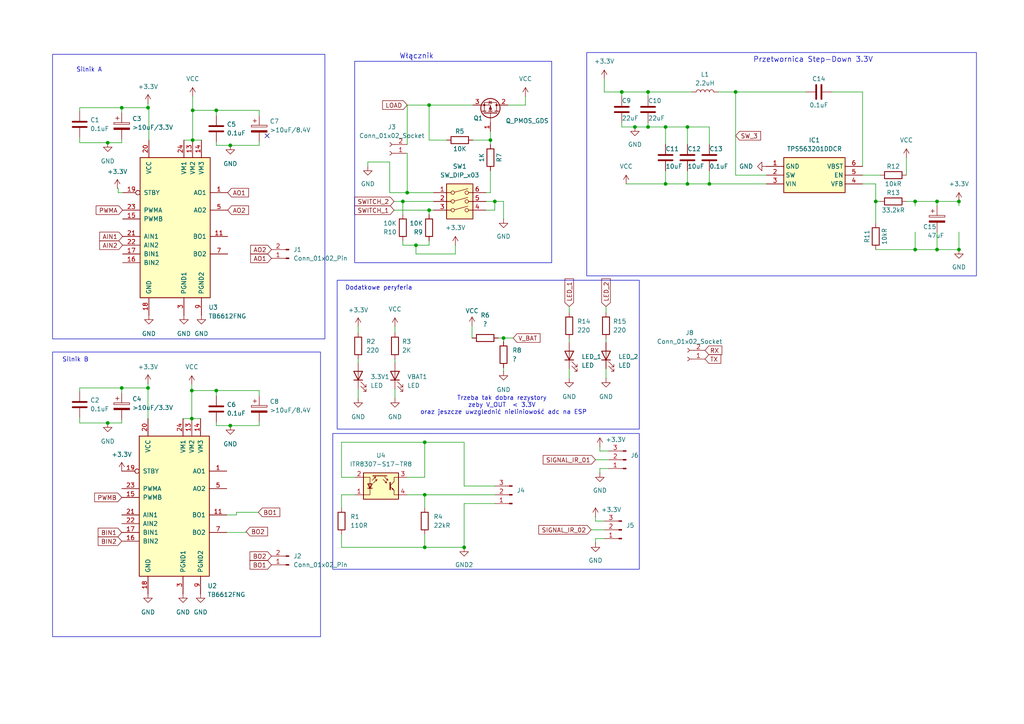
<source format=kicad_sch>
(kicad_sch (version 20231120) (generator "eeschema") (generator_version "8.0")
  (paper "A4")
  (junction (at 180.34 26.67))
  (junction (at 278.13 72.39))
  (junction (at 123.19 128.27))
  (junction (at 124.46 30.48))
  (junction (at 66.802 42.164))
  (junction (at -17.78 87.63))
  (junction (at 124.46 60.96))
  (junction (at 213.36 26.67))
  (junction (at 62.738 32.004))
  (junction (at 62.738 113.284))
  (junction (at 42.926 112.522))
  (junction (at 199.39 36.83))
  (junction (at 123.19 143.51))
  (junction (at 55.88 32.004))
  (junction (at 142.24 40.64))
  (junction (at 42.926 31.242))
  (junction (at 254 58.42))
  (junction (at 120.65 71.12))
  (junction (at 193.04 36.83))
  (junction (at 118.11 55.88))
  (junction (at 146.05 98.044))
  (junction (at 271.78 72.39))
  (junction (at 66.802 123.444))
  (junction (at 55.626 113.284))
  (junction (at 31.242 41.402))
  (junction (at 35.306 31.242))
  (junction (at 205.74 53.34))
  (junction (at 187.96 26.67))
  (junction (at 265.43 58.42))
  (junction (at 55.626 121.412))
  (junction (at 193.04 53.34))
  (junction (at 31.242 122.682))
  (junction (at 271.78 58.42))
  (junction (at 116.84 58.42))
  (junction (at 187.96 36.83))
  (junction (at 134.62 158.75))
  (junction (at 35.306 112.522))
  (junction (at 265.43 72.39))
  (junction (at 123.19 158.75))
  (junction (at 278.13 58.42))
  (junction (at 199.39 53.34))
  (junction (at 184.15 36.83))
  (junction (at 143.51 58.42))
  (junction (at 55.88 40.64))
  (no_connect (at 77.47 39.37))
  (no_connect (at 34.29 234.95))
  (wire (pts (xy 137.16 40.64) (xy 142.24 40.64)))
  (wire (pts (xy 254 72.39) (xy 265.43 72.39)))
  (wire (pts (xy 406.4 114.3) (xy 406.4 110.49)))
  (wire (pts (xy 171.45 153.67) (xy 175.26 153.67)))
  (wire (pts (xy 351.79 110.49) (xy 361.95 110.49)))
  (wire (pts (xy 146.05 63.5) (xy 146.05 58.42)))
  (wire (pts (xy 35.306 40.386) (xy 35.306 41.402)))
  (wire (pts (xy 359.41 102.87) (xy 359.41 106.68)))
  (wire (pts (xy 23.114 39.878) (xy 23.114 41.402)))
  (wire (pts (xy 176.53 130.81) (xy 173.99 130.81)))
  (wire (pts (xy 116.84 71.12) (xy 120.65 71.12)))
  (wire (pts (xy 351.79 149.86) (xy 351.79 146.05)))
  (wire (pts (xy 35.306 114.046) (xy 35.306 112.522)))
  (wire (pts (xy 184.15 36.83) (xy 187.96 36.83)))
  (wire (pts (xy 187.96 36.83) (xy 187.96 35.56)))
  (wire (pts (xy 359.41 142.24) (xy 361.95 142.24)))
  (wire (pts (xy 262.89 45.72) (xy 262.89 50.8)))
  (wire (pts (xy 99.06 143.51) (xy 102.87 143.51)))
  (wire (pts (xy 372.11 201.93) (xy 374.142 201.93)))
  (wire (pts (xy 173.99 130.81) (xy 173.99 129.54)))
  (wire (pts (xy 199.39 53.34) (xy 205.74 53.34)))
  (wire (pts (xy 176.53 135.89) (xy 173.99 135.89)))
  (wire (pts (xy 55.88 27.94) (xy 55.88 32.004)))
  (wire (pts (xy 35.306 32.766) (xy 35.306 31.242)))
  (wire (pts (xy 23.114 31.242) (xy 35.306 31.242)))
  (wire (pts (xy 55.626 113.284) (xy 62.738 113.284)))
  (wire (pts (xy 254 58.42) (xy 254 64.77)))
  (wire (pts (xy 173.99 135.89) (xy 173.99 137.16)))
  (wire (pts (xy 55.88 32.004) (xy 55.88 40.64)))
  (wire (pts (xy 116.84 58.42) (xy 116.84 62.23)))
  (wire (pts (xy 35.56 55.88) (xy 34.29 55.88)))
  (wire (pts (xy 354.33 182.88) (xy 366.776 182.88)))
  (wire (pts (xy 172.72 156.21) (xy 172.72 157.48)))
  (wire (pts (xy 132.08 73.66) (xy 120.65 73.66)))
  (wire (pts (xy 55.626 111.506) (xy 55.626 113.284)))
  (wire (pts (xy 124.46 60.96) (xy 124.46 62.23)))
  (wire (pts (xy 146.05 98.044) (xy 146.05 99.06)))
  (wire (pts (xy 199.39 49.53) (xy 199.39 53.34)))
  (wire (pts (xy 262.89 58.42) (xy 265.43 58.42)))
  (wire (pts (xy -17.78 11.43) (xy -10.16 11.43)))
  (wire (pts (xy 193.04 36.83) (xy 193.04 41.91)))
  (wire (pts (xy 172.72 133.35) (xy 176.53 133.35)))
  (wire (pts (xy 113.03 55.88) (xy 118.11 55.88)))
  (wire (pts (xy 311.15 138.43) (xy 311.15 142.24)))
  (wire (pts (xy 75.184 32.004) (xy 62.738 32.004)))
  (wire (pts (xy 123.19 154.94) (xy 123.19 158.75)))
  (wire (pts (xy 99.06 154.94) (xy 99.06 158.75)))
  (wire (pts (xy 134.62 158.75) (xy 123.19 158.75)))
  (wire (pts (xy 55.626 121.412) (xy 58.166 121.412)))
  (wire (pts (xy 42.926 111.252) (xy 42.926 112.522)))
  (wire (pts (xy 34.29 54.61) (xy 34.29 55.88)))
  (wire (pts (xy 359.41 138.43) (xy 359.41 142.24)))
  (wire (pts (xy 35.306 122.682) (xy 31.242 122.682)))
  (wire (pts (xy 62.738 41.148) (xy 62.738 42.164)))
  (wire (pts (xy 146.05 107.696) (xy 146.05 106.68)))
  (wire (pts (xy 123.19 143.51) (xy 143.51 143.51)))
  (wire (pts (xy 303.53 114.3) (xy 303.53 110.49)))
  (wire (pts (xy 414.02 102.87) (xy 414.02 106.68)))
  (wire (pts (xy 374.142 201.93) (xy 374.142 199.898)))
  (wire (pts (xy 118.11 41.91) (xy 118.11 30.48)))
  (wire (pts (xy 62.738 113.284) (xy 62.738 114.808)))
  (wire (pts (xy 34.29 54.61) (xy 34.036 54.61)))
  (wire (pts (xy 334.01 193.04) (xy 334.01 195.58)))
  (wire (pts (xy 406.4 147.32) (xy 416.56 147.32)))
  (wire (pts (xy 75.184 113.284) (xy 62.738 113.284)))
  (wire (pts (xy 205.74 36.83) (xy 199.39 36.83)))
  (wire (pts (xy 106.68 46.99) (xy 106.68 48.26)))
  (wire (pts (xy 125.73 58.42) (xy 116.84 58.42)))
  (wire (pts (xy 103.886 104.14) (xy 103.886 105.156)))
  (wire (pts (xy 55.88 32.004) (xy 62.738 32.004)))
  (wire (pts (xy 23.114 112.522) (xy 23.114 113.538)))
  (wire (pts (xy 143.51 58.42) (xy 143.51 60.96)))
  (wire (pts (xy 271.78 72.39) (xy 278.13 72.39)))
  (wire (pts (xy 75.184 114.808) (xy 75.184 113.284)))
  (wire (pts (xy 143.51 146.05) (xy 134.62 146.05)))
  (wire (pts (xy 311.15 142.24) (xy 313.69 142.24)))
  (wire (pts (xy 75.184 122.428) (xy 75.184 123.444)))
  (wire (pts (xy 254 58.42) (xy 255.27 58.42)))
  (wire (pts (xy 23.114 112.522) (xy 35.306 112.522)))
  (wire (pts (xy 205.74 49.53) (xy 205.74 53.34)))
  (wire (pts (xy 146.05 58.42) (xy 143.51 58.42)))
  (wire (pts (xy 175.26 151.13) (xy 172.72 151.13)))
  (wire (pts (xy 136.906 94.488) (xy 136.906 98.044)))
  (wire (pts (xy -10.16 11.43) (xy -10.16 8.89)))
  (wire (pts (xy 142.24 38.1) (xy 142.24 40.64)))
  (wire (pts (xy 187.96 26.67) (xy 200.66 26.67)))
  (wire (pts (xy 414.02 106.68) (xy 416.56 106.68)))
  (wire (pts (xy 359.41 106.68) (xy 361.95 106.68)))
  (wire (pts (xy 62.738 42.164) (xy 66.802 42.164)))
  (wire (pts (xy 35.306 121.666) (xy 35.306 122.682)))
  (wire (pts (xy 250.19 50.8) (xy 255.27 50.8)))
  (wire (pts (xy 123.19 143.51) (xy 118.11 143.51)))
  (wire (pts (xy 175.768 98.298) (xy 175.768 99.314)))
  (wire (pts (xy 142.24 40.64) (xy 142.24 41.91)))
  (wire (pts (xy -17.78 85.09) (xy -17.78 87.63)))
  (wire (pts (xy 165.1 106.934) (xy 165.1 109.728)))
  (wire (pts (xy 180.34 26.67) (xy 187.96 26.67)))
  (wire (pts (xy 134.62 128.27) (xy 123.19 128.27)))
  (wire (pts (xy 265.43 72.39) (xy 271.78 72.39)))
  (wire (pts (xy 143.51 58.42) (xy 140.97 58.42)))
  (wire (pts (xy 303.53 146.05) (xy 313.69 146.05)))
  (wire (pts (xy 55.626 113.284) (xy 55.626 121.412)))
  (wire (pts (xy 35.306 112.522) (xy 42.926 112.522)))
  (wire (pts (xy 118.11 55.88) (xy 125.73 55.88)))
  (wire (pts (xy 311.15 102.87) (xy 311.15 106.68)))
  (wire (pts (xy 331.47 193.04) (xy 334.01 193.04)))
  (wire (pts (xy 180.34 36.83) (xy 184.15 36.83)))
  (wire (pts (xy 99.06 147.32) (xy 99.06 143.51)))
  (wire (pts (xy 359.156 180.34) (xy 366.776 180.34)))
  (wire (pts (xy 406.4 110.49) (xy 416.56 110.49)))
  (wire (pts (xy 250.19 26.67) (xy 250.19 48.26)))
  (wire (pts (xy 43.18 31.242) (xy 43.18 40.64)))
  (wire (pts (xy 134.62 140.97) (xy 134.62 128.27)))
  (wire (pts (xy 134.62 146.05) (xy 134.62 158.75)))
  (wire (pts (xy 213.36 50.8) (xy 222.25 50.8)))
  (wire (pts (xy 114.554 94.742) (xy 114.554 96.52)))
  (wire (pts (xy 53.086 121.412) (xy 55.626 121.412)))
  (wire (pts (xy 175.26 26.67) (xy 180.34 26.67)))
  (wire (pts (xy 406.4 151.13) (xy 406.4 147.32)))
  (wire (pts (xy 147.32 30.48) (xy 152.4 30.48)))
  (wire (pts (xy 99.06 128.27) (xy 99.06 138.43)))
  (wire (pts (xy 199.39 36.83) (xy 193.04 36.83)))
  (wire (pts (xy 180.34 35.56) (xy 180.34 36.83)))
  (wire (pts (xy 265.43 58.42) (xy 265.43 59.69)))
  (wire (pts (xy 62.738 32.004) (xy 62.738 33.528)))
  (wire (pts (xy 351.79 146.05) (xy 361.95 146.05)))
  (wire (pts (xy 71.374 154.178) (xy 71.374 154.432)))
  (wire (pts (xy 165.1 88.9) (xy 165.1 90.678)))
  (wire (pts (xy 278.13 72.39) (xy 278.13 67.31)))
  (wire (pts (xy 142.24 49.53) (xy 142.24 55.88)))
  (wire (pts (xy 311.15 106.68) (xy 313.69 106.68)))
  (wire (pts (xy 213.36 26.67) (xy 213.36 50.8)))
  (wire (pts (xy 175.768 88.9) (xy 175.768 90.678)))
  (wire (pts (xy 23.114 41.402) (xy 31.242 41.402)))
  (wire (pts (xy 75.184 33.528) (xy 75.184 32.004)))
  (wire (pts (xy 71.374 154.432) (xy 65.786 154.432)))
  (wire (pts (xy 35.306 41.402) (xy 31.242 41.402)))
  (wire (pts (xy 124.46 40.64) (xy 124.46 30.48)))
  (wire (pts (xy 113.03 55.88) (xy 113.03 46.99)))
  (wire (pts (xy 62.738 123.444) (xy 66.802 123.444)))
  (wire (pts (xy 172.72 151.13) (xy 172.72 149.86)))
  (wire (pts (xy 193.04 36.83) (xy 187.96 36.83)))
  (wire (pts (xy 68.58 149.352) (xy 65.786 149.352)))
  (wire (pts (xy 132.08 71.12) (xy 132.08 73.66)))
  (wire (pts (xy 241.3 26.67) (xy 250.19 26.67)))
  (wire (pts (xy 23.114 31.242) (xy 23.114 32.258)))
  (wire (pts (xy 414.02 139.7) (xy 414.02 143.51)))
  (wire (pts (xy 123.19 128.27) (xy 99.06 128.27)))
  (wire (pts (xy 175.768 106.934) (xy 175.768 109.728)))
  (wire (pts (xy 120.65 71.12) (xy 124.46 71.12)))
  (wire (pts (xy 303.53 110.49) (xy 313.69 110.49)))
  (wire (pts (xy 123.19 128.27) (xy 123.19 138.43)))
  (wire (pts (xy 42.926 112.522) (xy 42.926 121.412)))
  (wire (pts (xy 351.79 114.3) (xy 351.79 110.49)))
  (wire (pts (xy 43.18 31.242) (xy 42.926 31.242)))
  (wire (pts (xy 374.396 212.09) (xy 372.11 212.09)))
  (wire (pts (xy 193.04 53.34) (xy 199.39 53.34)))
  (wire (pts (xy 103.886 94.742) (xy 103.886 96.52)))
  (wire (pts (xy 99.06 138.43) (xy 102.87 138.43)))
  (wire (pts (xy 271.78 58.42) (xy 278.13 58.42)))
  (wire (pts (xy 103.886 112.776) (xy 103.886 115.57)))
  (wire (pts (xy 114.554 112.776) (xy 114.554 115.57)))
  (wire (pts (xy 125.73 60.96) (xy 124.46 60.96)))
  (wire (pts (xy 118.11 138.43) (xy 123.19 138.43)))
  (wire (pts (xy 213.36 26.67) (xy 233.68 26.67)))
  (wire (pts (xy 124.46 71.12) (xy 124.46 69.85)))
  (wire (pts (xy 143.51 140.97) (xy 134.62 140.97)))
  (wire (pts (xy 116.84 71.12) (xy 116.84 69.85)))
  (wire (pts (xy 62.738 122.428) (xy 62.738 123.444)))
  (wire (pts (xy 187.96 26.67) (xy 187.96 27.94)))
  (wire (pts (xy 42.926 29.972) (xy 42.926 31.242)))
  (wire (pts (xy 74.93 148.59) (xy 68.58 148.59)))
  (wire (pts (xy 75.184 41.148) (xy 75.184 42.164)))
  (wire (pts (xy 118.11 30.48) (xy 124.46 30.48)))
  (wire (pts (xy 118.11 44.45) (xy 118.11 55.88)))
  (wire (pts (xy 175.26 22.86) (xy 175.26 26.67)))
  (wire (pts (xy 35.306 31.242) (xy 42.926 31.242)))
  (wire (pts (xy 303.53 149.86) (xy 303.53 146.05)))
  (wire (pts (xy 265.43 72.39) (xy 265.43 67.31)))
  (wire (pts (xy 114.554 104.14) (xy 114.554 105.156)))
  (wire (pts (xy 208.28 26.67) (xy 213.36 26.67)))
  (wire (pts (xy 181.61 53.34) (xy 193.04 53.34)))
  (wire (pts (xy 165.1 98.298) (xy 165.1 99.314)))
  (wire (pts (xy 250.19 53.34) (xy 254 53.34)))
  (wire (pts (xy 124.46 30.48) (xy 137.16 30.48)))
  (wire (pts (xy 152.4 30.48) (xy 152.4 27.94)))
  (wire (pts (xy 140.97 55.88) (xy 142.24 55.88)))
  (wire (pts (xy 99.06 158.75) (xy 123.19 158.75)))
  (wire (pts (xy 55.88 40.64) (xy 58.42 40.64)))
  (wire (pts (xy 75.184 123.444) (xy 66.802 123.444)))
  (wire (pts (xy 143.51 60.96) (xy 140.97 60.96)))
  (wire (pts (xy 124.46 60.96) (xy 114.3 60.96)))
  (wire (pts (xy 331.47 180.34) (xy 334.01 180.34)))
  (wire (pts (xy 114.3 58.42) (xy 116.84 58.42)))
  (wire (pts (xy 144.526 98.044) (xy 146.05 98.044)))
  (wire (pts (xy 271.78 58.42) (xy 271.78 59.69)))
  (wire (pts (xy 129.54 40.64) (xy 124.46 40.64)))
  (wire (pts (xy 175.26 156.21) (xy 172.72 156.21)))
  (wire (pts (xy 372.11 207.01) (xy 373.38 207.01)))
  (wire (pts (xy 120.65 73.66) (xy 120.65 71.12)))
  (wire (pts (xy 75.184 42.164) (xy 66.802 42.164)))
  (wire (pts (xy 113.03 46.99) (xy 106.68 46.99)))
  (wire (pts (xy 334.01 180.34) (xy 334.01 177.8)))
  (wire (pts (xy 199.39 36.83) (xy 199.39 41.91)))
  (wire (pts (xy 265.43 58.42) (xy 271.78 58.42)))
  (wire (pts (xy 414.02 143.51) (xy 416.56 143.51)))
  (wire (pts (xy 23.114 121.158) (xy 23.114 122.682)))
  (wire (pts (xy 53.34 40.64) (xy 55.88 40.64)))
  (wire (pts (xy 193.04 49.53) (xy 193.04 53.34)))
  (wire (pts (xy 23.114 122.682) (xy 31.242 122.682)))
  (wire (pts (xy 146.05 98.044) (xy 148.844 98.044)))
  (wire (pts (xy 205.74 41.91) (xy 205.74 36.83)))
  (wire (pts (xy 205.74 53.34) (xy 222.25 53.34)))
  (wire (pts (xy 366.776 185.42) (xy 366.776 185.166)))
  (wire (pts (xy 254 53.34) (xy 254 58.42)))
  (wire (pts (xy 278.13 58.42) (xy 278.13 59.69)))
  (wire (pts (xy 271.78 72.39) (xy 271.78 67.31)))
  (wire (pts (xy 68.58 148.59) (xy 68.58 149.352)))
  (wire (pts (xy 180.34 26.67) (xy 180.34 27.94)))
  (wire (pts (xy 123.19 143.51) (xy 123.19 147.32)))
  (rectangle (start 96.52 125.73) (end 185.42 165.1))
  (rectangle (start 97.79 81.28) (end 185.42 124.46))
  (rectangle (start 170.18 15.24) (end 283.21 80.01))
  (rectangle (start 15.24 102.108) (end 92.964 184.658))
  (rectangle (start 102.87 17.78) (end 160.02 76.2))
  (rectangle (start 15.24 15.748) (end 94.234 98.298))
  (text "Przetwornica Step-Down 3.3V\n" (at 218.44 18.288 0) (effects (font (size 1.524 1.524)) (justify left bottom)))
  (text "Dodatkowe peryferia\n" (at 100.076 84.328 0) (effects (font (size 1.27 1.27)) (justify left bottom)))
  (text "Silnik B\n" (at 18.034 105.156 0) (effects (font (size 1.27 1.27)) (justify left bottom)))
  (text "Silnik A" (at 22.098 21.082 0) (effects (font (size 1.27 1.27)) (justify left bottom)))
  (text "Trzeba tak dobra rezystory \nzeby V_OUT  < 3.3V \noraz jeszcze uwzglednić nieliniowość adc na ESP" (at 146.05 117.602 0) (effects (font (size 1.27 1.27))))
  (text "Włącznik" (at 115.824 17.272 0) (effects (font (size 1.524 1.524)) (justify left bottom)))
  (global_label "SW_3" (shape input) (at 213.36 39.37 0) (property "Intersheetrefs" "${INTERSHEET_REFS}" (effects (hide yes))))
  (global_label "XSHUT_4" (shape input) (at -68.58 57.15 180) (property "Intersheetrefs" "${INTERSHEET_REFS}" (effects (hide yes))))
  (global_label "XSHUT_3" (shape input) (at -68.58 49.53 180) (property "Intersheetrefs" "${INTERSHEET_REFS}" (effects (hide yes))))
  (global_label "STARTER" (shape input) (at 373.38 207.01 0) (property "Intersheetrefs" "${INTERSHEET_REFS}" (effects (hide yes))))
  (global_label "AIN2" (shape input) (at -17.78 39.37 0) (property "Intersheetrefs" "${INTERSHEET_REFS}" (effects (hide yes))))
  (global_label "PWMA" (shape input) (at 35.56 60.96 180) (property "Intersheetrefs" "${INTERSHEET_REFS}" (effects (hide yes))))
  (global_label "AO1" (shape input) (at 66.04 55.88 0) (property "Intersheetrefs" "${INTERSHEET_REFS}" (effects (hide yes))))
  (global_label "SIGNAL_IR_02" (shape input) (at -17.78 54.61 0) (property "Intersheetrefs" "${INTERSHEET_REFS}" (effects (hide yes))))
  (global_label "V_BAT" (shape input) (at 148.844 98.044 0) (property "Intersheetrefs" "${INTERSHEET_REFS}" (effects (hide yes))))
  (global_label "BIN1" (shape input) (at 35.306 154.432 180) (property "Intersheetrefs" "${INTERSHEET_REFS}" (effects (hide yes))))
  (global_label "LED_1" (shape input) (at 165.1 88.9 90) (property "Intersheetrefs" "${INTERSHEET_REFS}" (effects (hide yes))))
  (global_label "XSHUT_2" (shape input) (at 336.55 149.86 0) (property "Intersheetrefs" "${INTERSHEET_REFS}" (effects (hide yes))))
  (global_label "TX" (shape input) (at -68.58 26.67 180) (property "Intersheetrefs" "${INTERSHEET_REFS}" (effects (hide yes))))
  (global_label "XSHUT_6" (shape input) (at -68.58 52.07 180) (property "Intersheetrefs" "${INTERSHEET_REFS}" (effects (hide yes))))
  (global_label "SWITCH_2" (shape input) (at -68.58 36.83 180) (property "Intersheetrefs" "${INTERSHEET_REFS}" (effects (hide yes))))
  (global_label "XSHUT_6" (shape input) (at 439.42 151.13 0) (property "Intersheetrefs" "${INTERSHEET_REFS}" (effects (hide yes))))
  (global_label "AIN1" (shape input) (at -17.78 26.67 0) (property "Intersheetrefs" "${INTERSHEET_REFS}" (effects (hide yes))))
  (global_label "SCL" (shape input) (at 361.95 114.3 180) (property "Intersheetrefs" "${INTERSHEET_REFS}" (effects (hide yes))))
  (global_label "BO1" (shape input) (at 74.93 148.59 0) (property "Intersheetrefs" "${INTERSHEET_REFS}" (effects (hide yes))))
  (global_label "GPIO_5" (shape input) (at 439.42 118.11 0) (property "Intersheetrefs" "${INTERSHEET_REFS}" (effects (hide yes))))
  (global_label "AO2" (shape input) (at 66.04 60.96 0) (property "Intersheetrefs" "${INTERSHEET_REFS}" (effects (hide yes))))
  (global_label "SDA" (shape input) (at 416.56 118.11 180) (property "Intersheetrefs" "${INTERSHEET_REFS}" (effects (hide yes))))
  (global_label "SIGNAL_IR_01" (shape input) (at 172.72 133.35 180) (property "Intersheetrefs" "${INTERSHEET_REFS}" (effects (hide yes))))
  (global_label "AIN2" (shape input) (at 35.56 71.12 180) (property "Intersheetrefs" "${INTERSHEET_REFS}" (effects (hide yes))))
  (global_label "XSHUT_2" (shape input) (at -68.58 46.99 180) (property "Intersheetrefs" "${INTERSHEET_REFS}" (effects (hide yes))))
  (global_label "XSHUT_5" (shape input) (at 439.42 114.3 0) (property "Intersheetrefs" "${INTERSHEET_REFS}" (effects (hide yes))))
  (global_label "SDA" (shape input) (at 361.95 118.11 180) (property "Intersheetrefs" "${INTERSHEET_REFS}" (effects (hide yes))))
  (global_label "XSHUT_1" (shape input) (at 336.55 114.3 0) (property "Intersheetrefs" "${INTERSHEET_REFS}" (effects (hide yes))))
  (global_label "TX" (shape input) (at 204.47 104.14 0) (property "Intersheetrefs" "${INTERSHEET_REFS}" (effects (hide yes))))
  (global_label "SWITCH_2" (shape input) (at 114.3 58.42 180) (property "Intersheetrefs" "${INTERSHEET_REFS}" (effects (hide yes))))
  (global_label "SDA" (shape input) (at 416.56 154.94 180) (property "Intersheetrefs" "${INTERSHEET_REFS}" (effects (hide yes))))
  (global_label "XSHUT_1" (shape input) (at -68.58 44.45 180) (property "Intersheetrefs" "${INTERSHEET_REFS}" (effects (hide yes))))
  (global_label "LOAD" (shape input) (at 118.11 30.48 180) (property "Intersheetrefs" "${INTERSHEET_REFS}" (effects (hide yes))))
  (global_label "PWMA" (shape input) (at -17.78 41.91 0) (property "Intersheetrefs" "${INTERSHEET_REFS}" (effects (hide yes))))
  (global_label "SDA_2" (shape input) (at 331.47 187.96 0) (property "Intersheetrefs" "${INTERSHEET_REFS}" (effects (hide yes))))
  (global_label "GPIO_6" (shape input) (at 439.42 154.94 0) (property "Intersheetrefs" "${INTERSHEET_REFS}" (effects (hide yes))))
  (global_label "GPIO_2" (shape input) (at 336.55 153.67 0) (property "Intersheetrefs" "${INTERSHEET_REFS}" (effects (hide yes))))
  (global_label "BO2" (shape input) (at 71.374 154.178 0) (property "Intersheetrefs" "${INTERSHEET_REFS}" (effects (hide yes))))
  (global_label "STARTER" (shape input) (at 366.776 185.166 180) (property "Intersheetrefs" "${INTERSHEET_REFS}" (effects (hide yes))))
  (global_label "GPIO_4" (shape input) (at 384.81 153.67 0) (property "Intersheetrefs" "${INTERSHEET_REFS}" (effects (hide yes))))
  (global_label "BIN1" (shape input) (at -17.78 44.45 0) (property "Intersheetrefs" "${INTERSHEET_REFS}" (effects (hide yes))))
  (global_label "SIGNAL_IR_02" (shape input) (at 171.45 153.67 180) (property "Intersheetrefs" "${INTERSHEET_REFS}" (effects (hide yes))))
  (global_label "SCL" (shape input) (at 416.56 151.13 180) (property "Intersheetrefs" "${INTERSHEET_REFS}" (effects (hide yes))))
  (global_label "V_BAT" (shape input) (at -17.78 57.15 0) (property "Intersheetrefs" "${INTERSHEET_REFS}" (effects (hide yes))))
  (global_label "LED_1" (shape input) (at -68.58 31.75 180) (property "Intersheetrefs" "${INTERSHEET_REFS}" (effects (hide yes))))
  (global_label "SWITCH_1" (shape input) (at -68.58 39.37 180) (property "Intersheetrefs" "${INTERSHEET_REFS}" (effects (hide yes))))
  (global_label "SWITCH_1" (shape input) (at 114.3 60.96 180) (property "Intersheetrefs" "${INTERSHEET_REFS}" (effects (hide yes))))
  (global_label "PWMB" (shape input) (at -17.78 49.53 0) (property "Intersheetrefs" "${INTERSHEET_REFS}" (effects (hide yes))))
  (global_label "SCL_2" (shape input) (at 331.47 185.42 0) (property "Intersheetrefs" "${INTERSHEET_REFS}" (effects (hide yes))))
  (global_label "XSHUT_4" (shape input) (at 384.81 149.86 0) (property "Intersheetrefs" "${INTERSHEET_REFS}" (effects (hide yes))))
  (global_label "SCL_2" (shape input) (at -17.78 36.83 0) (property "Intersheetrefs" "${INTERSHEET_REFS}" (effects (hide yes))))
  (global_label "SDA" (shape input) (at 313.69 118.11 180) (property "Intersheetrefs" "${INTERSHEET_REFS}" (effects (hide yes))))
  (global_label "SDA" (shape input) (at -17.78 29.21 0) (property "Intersheetrefs" "${INTERSHEET_REFS}" (effects (hide yes))))
  (global_label "PWMB" (shape input) (at 35.306 144.272 180) (property "Intersheetrefs" "${INTERSHEET_REFS}" (effects (hide yes))))
  (global_label "SDA" (shape input) (at 361.95 153.67 180) (property "Intersheetrefs" "${INTERSHEET_REFS}" (effects (hide yes))))
  (global_label "BIN2" (shape input) (at 35.306 156.972 180) (property "Intersheetrefs" "${INTERSHEET_REFS}" (effects (hide yes))))
  (global_label "SCL" (shape input) (at 313.69 114.3 180) (property "Intersheetrefs" "${INTERSHEET_REFS}" (effects (hide yes))))
  (global_label "XSHUT_3" (shape input) (at 384.81 114.3 0) (property "Intersheetrefs" "${INTERSHEET_REFS}" (effects (hide yes))))
  (global_label "LED_2" (shape input) (at -68.58 34.29 180) (property "Intersheetrefs" "${INTERSHEET_REFS}" (effects (hide yes))))
  (global_label "AO2" (shape input) (at 78.74 72.39 180) (property "Intersheetrefs" "${INTERSHEET_REFS}" (effects (hide yes))))
  (global_label "SDA" (shape input) (at 313.69 153.67 180) (property "Intersheetrefs" "${INTERSHEET_REFS}" (effects (hide yes))))
  (global_label "RX" (shape input) (at 204.47 101.6 0) (property "Intersheetrefs" "${INTERSHEET_REFS}" (effects (hide yes))))
  (global_label "SCL" (shape input) (at 361.95 149.86 180) (property "Intersheetrefs" "${INTERSHEET_REFS}" (effects (hide yes))))
  (global_label "AO1" (shape input) (at 78.74 74.93 180) (property "Intersheetrefs" "${INTERSHEET_REFS}" (effects (hide yes))))
  (global_label "SCL" (shape input) (at 416.56 114.3 180) (property "Intersheetrefs" "${INTERSHEET_REFS}" (effects (hide yes))))
  (global_label "STARTER" (shape input) (at -68.58 41.91 180) (property "Intersheetrefs" "${INTERSHEET_REFS}" (effects (hide yes))))
  (global_label "BO1" (shape input) (at 78.74 163.83 180) (property "Intersheetrefs" "${INTERSHEET_REFS}" (effects (hide yes))))
  (global_label "XSHUT_5" (shape input) (at -68.58 54.61 180) (property "Intersheetrefs" "${INTERSHEET_REFS}" (effects (hide yes))))
  (global_label "SCL" (shape input) (at -17.78 31.75 0) (property "Intersheetrefs" "${INTERSHEET_REFS}" (effects (hide yes))))
  (global_label "SDA_2" (shape input) (at -17.78 34.29 0) (property "Intersheetrefs" "${INTERSHEET_REFS}" (effects (hide yes))))
  (global_label "LED_2" (shape input) (at 175.768 88.9 90) (property "Intersheetrefs" "${INTERSHEET_REFS}" (effects (hide yes))))
  (global_label "BO2" (shape input) (at 78.74 161.29 180) (property "Intersheetrefs" "${INTERSHEET_REFS}" (effects (hide yes))))
  (global_label "BIN2" (shape input) (at -17.78 46.99 0) (property "Intersheetrefs" "${INTERSHEET_REFS}" (effects (hide yes))))
  (global_label "RX" (shape input) (at -68.58 29.21 180) (property "Intersheetrefs" "${INTERSHEET_REFS}" (effects (hide yes))))
  (global_label "SCL" (shape input) (at 313.69 149.86 180) (property "Intersheetrefs" "${INTERSHEET_REFS}" (effects (hide yes))))
  (global_label "SIGNAL_IR_01" (shape input) (at -17.78 52.07 0) (property "Intersheetrefs" "${INTERSHEET_REFS}" (effects (hide yes))))
  (global_label "GPIO_3" (shape input) (at 384.81 118.11 0) (property "Intersheetrefs" "${INTERSHEET_REFS}" (effects (hide yes))))
  (global_label "AIN1" (shape input) (at 35.56 68.58 180) (property "Intersheetrefs" "${INTERSHEET_REFS}" (effects (hide yes))))
  (global_label "GPIO_1" (shape input) (at 336.55 118.11 0) (property "Intersheetrefs" "${INTERSHEET_REFS}" (effects (hide yes))))
  (symbol (lib_id "Device:R") (at 99.06 151.13 0) (unit 1)
    (property "Reference" "R1" (at 101.6 149.86 0) (effects (justify left)))
    (property "Value" "110R" (at 101.6 152.4 0) (effects (justify left)))
    (property "Footprint" "Resistor_SMD:R_0402_1005Metric_Pad0.72x0.64mm_HandSolder" (effects (hide yes)))
  )
  (symbol (lib_id "Connector:Conn_01x03_Pin") (at 148.59 143.51 180) (unit 1)
    (property "Reference" "J4" (at 149.86 142.2399 0) (effects (justify right)))
    (property "Value" "Conn_01x03_Pin" (effects (hide yes)))
    (property "Footprint" "Connector_PinSocket_2.54mm:PinSocket_1x03_P2.54mm_Vertical" (effects (hide yes)))
    (property "Description" "Generic connector, single row, 01x03, script generated" (effects (hide yes)))
  )
  (symbol (lib_id "power:GND") (at 53.34 91.44 0) (unit 1)
    (property "Reference" "#PWR012" (effects (hide yes)))
    (property "Value" "GND" (at 53.34 96.774 0))
  )
  (symbol (lib_id "power:+3.3V") (at 359.41 102.87 0) (unit 1)
    (property "Reference" "#PWR051" (effects (hide yes)))
    (property "Value" "+3.3V" (at 359.41 98.044 0))
  )
  (symbol (lib_id "power:GND") (at 134.62 158.75 0) (unit 1)
    (property "Reference" "#PWR025" (effects (hide yes)))
    (property "Value" "GND2" (at 134.62 163.83 0))
  )
  (symbol (lib_id "power:GND") (at 351.79 114.3 0) (unit 1)
    (property "Reference" "#PWR047" (effects (hide yes)))
    (property "Value" "GND" (at 351.79 119.38 0))
  )
  (symbol (lib_id "Device:R") (at 175.768 94.488 0) (unit 1)
    (property "Reference" "R15" (at 177.8 93.2179 0) (effects (justify left)))
    (property "Value" "220" (at 177.8 95.7579 0) (effects (justify left)))
    (property "Footprint" "Resistor_SMD:R_0603_1608Metric" (effects (hide yes)))
  )
  (symbol (lib_name "+3.3V_1") (lib_id "power:+3.3V") (at 175.26 22.86 0) (unit 1)
    (property "Reference" "#PWR034" (effects (hide yes)))
    (property "Value" "+3.3V" (at 175.26 17.78 0))
    (property "Description" "Power symbol creates a global label with name \"+3.3V\"" (effects (hide yes)))
  )
  (symbol (lib_id "Device:C") (at 193.04 45.72 180) (unit 1)
    (property "Reference" "C11" (at 193.04 43.18 0) (effects (justify right)))
    (property "Value" "10uF" (at 193.04 48.26 0) (effects (justify right)))
    (property "Footprint" "Capacitor_SMD:C_0805_2012Metric" (effects (hide yes)))
  )
  (symbol (lib_id "Device:C") (at 205.74 45.72 180) (unit 1)
    (property "Reference" "C13" (at 205.74 43.18 0) (effects (justify right)))
    (property "Value" "0.1uF" (at 205.74 48.26 0) (effects (justify right)))
    (property "Footprint" "Capacitor_SMD:C_0603_1608Metric" (effects (hide yes)))
  )
  (symbol (lib_id "Connector:Conn_01x02_Pin") (at 83.82 74.93 180) (unit 1)
    (property "Reference" "J1" (at 85.09 72.3899 0) (effects (justify right)))
    (property "Value" "Conn_01x02_Pin" (at 85.09 74.9299 0) (effects (justify right)))
    (property "Footprint" "Connector_JST:JST_XA_B02B-XASK-1_1x02_P2.50mm_Vertical" (effects (hide yes)))
    (property "Description" "Generic connector, single row, 01x02, script generated" (effects (hide yes)))
  )
  (symbol (lib_id "power:GND") (at 303.53 114.3 0) (unit 1)
    (property "Reference" "#PWR041" (effects (hide yes)))
    (property "Value" "GND" (at 303.53 119.38 0))
  )
  (symbol (lib_id "power:VCC") (at 262.89 45.72 0) (unit 1)
    (property "Reference" "#PWR038" (effects (hide yes)))
    (property "Value" "VCC" (at 262.89 40.64 0))
    (property "Description" "Power symbol creates a global label with name \"VCC\"" (effects (hide yes)))
  )
  (symbol (lib_id "power:+3.3V") (at 173.99 129.54 0) (unit 1)
    (property "Reference" "#PWR032" (effects (hide yes)))
    (property "Value" "+3.3V" (at 178.562 127.508 0))
  )
  (symbol (lib_id "power:GND") (at 103.886 115.57 0) (unit 1)
    (property "Reference" "#PWR020" (effects (hide yes)))
    (property "Value" "GND" (at 103.886 120.904 0))
  )
  (symbol (lib_id "DM-OLED096-636:DM-OLED096-636") (at 318.77 187.96 0) (unit 1)
    (property "Reference" "U5" (at 318.77 172.72 0))
    (property "Value" "DM-OLED096-636" (at 318.77 175.26 0))
    (property "Footprint" "DM-OLED096-636:MODULE_DM-OLED096-636" (effects (hide yes)))
    (property "MF" "Display Module" (effects (hide yes)))
    (property "MAXIMUM_PACKAGE_HEIGHT" "11.3 mm" (effects (hide yes)))
    (property "Package" "Package" (effects (hide yes)))
    (property "Price" "None" (effects (hide yes)))
    (property "Check_prices" "https://www.snapeda.com/parts/DM-OLED096-636/Display+Module/view-part/?ref=eda" (effects (hide yes)))
    (property "STANDARD" "Manufacturer Recommendations" (effects (hide yes)))
    (property "PARTREV" "2018-09-10" (effects (hide yes)))
    (property "SnapEDA_Link" "https://www.snapeda.com/parts/DM-OLED096-636/Display+Module/view-part/?ref=snap" (effects (hide yes)))
    (property "MP" "DM-OLED096-636" (effects (hide yes)))
    (property "Description_1" "\n                        \n                            0.96” 128 X 64 MONOCHROME GRAPHIC OLED DISPLAY MODULE - I2C\n                        \n" (effects (hide yes)))
    (property "Availability" "Not in stock" (effects (hide yes)))
    (property "MANUFACTURER" "Displaymodule" (effects (hide yes)))
  )
  (symbol (lib_id "Device:R") (at 140.716 98.044 90) (unit 1)
    (property "Reference" "R6" (at 140.716 91.44 90))
    (property "Value" "?" (at 140.716 93.98 90))
    (property "Footprint" "Resistor_SMD:R_0603_1608Metric" (effects (hide yes)))
  )
  (symbol (lib_id "power:+3.3V") (at 359.156 180.34 0) (unit 1)
    (property "Reference" "#PWR050" (effects (hide yes)))
    (property "Value" "+3.3V" (at 359.156 175.768 0))
  )
  (symbol (lib_id "power:+3.3V") (at 132.08 71.12 0) (unit 1)
    (property "Reference" "#PWR029" (effects (hide yes)))
    (property "Value" "+3.3V" (at 132.08 66.04 0))
  )
  (symbol (lib_id "power:GND") (at 165.1 109.728 0) (unit 1)
    (property "Reference" "#PWR060" (effects (hide yes)))
    (property "Value" "GND" (at 165.1 115.062 0))
  )
  (symbol (lib_id "power:GND") (at 43.18 91.44 0) (unit 1)
    (property "Reference" "#PWR010" (effects (hide yes)))
    (property "Value" "GND" (at 43.18 96.774 0))
  )
  (symbol (lib_id "power:+3.3V") (at -10.16 8.89 0) (unit 1)
    (property "Reference" "#PWR02" (effects (hide yes)))
    (property "Value" "+3.3V" (at -10.16 4.064 0))
  )
  (symbol (lib_id "Device:R") (at 114.554 100.33 0) (unit 1)
    (property "Reference" "R3" (at 116.586 99.0599 0) (effects (justify left)))
    (property "Value" "2K" (at 116.586 101.5999 0) (effects (justify left)))
    (property "Footprint" "Resistor_SMD:R_0603_1608Metric" (effects (hide yes)))
  )
  (symbol (lib_id "power:+3.3V") (at 334.01 177.8 0) (unit 1)
    (property "Reference" "#PWR045" (effects (hide yes)))
    (property "Value" "+3.3V" (at 334.01 172.974 0))
  )
  (symbol (lib_id "power:GND") (at 58.42 91.44 0) (unit 1)
    (property "Reference" "#PWR016" (effects (hide yes)))
    (property "Value" "GND" (at 58.42 96.774 0))
  )
  (symbol (lib_id "Device:LED") (at 103.886 108.966 90) (unit 1)
    (property "Reference" "3.3V1" (at 107.442 109.2834 90) (effects (justify right)))
    (property "Value" "LED" (at 107.442 111.8234 90) (effects (justify right)))
    (property "Footprint" "LED_SMD:LED_0603_1608Metric" (effects (hide yes)))
  )
  (symbol (lib_id "Device:C") (at 237.49 26.67 90) (unit 1)
    (property "Reference" "C14" (at 237.49 22.86 90))
    (property "Value" "0.1uF" (at 237.49 30.48 90))
    (property "Footprint" "Capacitor_SMD:C_0603_1608Metric" (effects (hide yes)))
  )
  (symbol (lib_id "Device:R") (at 103.886 100.33 0) (unit 1)
    (property "Reference" "R2" (at 106.172 99.0599 0) (effects (justify left)))
    (property "Value" "220" (at 106.172 101.5999 0) (effects (justify left)))
    (property "Footprint" "Resistor_SMD:R_0603_1608Metric" (effects (hide yes)))
  )
  (symbol (lib_id "power:GND") (at 303.53 149.86 0) (unit 1)
    (property "Reference" "#PWR042" (effects (hide yes)))
    (property "Value" "GND" (at 303.53 154.94 0))
  )
  (symbol (lib_id "power:+3.3V") (at 103.886 94.742 0) (unit 1)
    (property "Reference" "#PWR019" (effects (hide yes)))
    (property "Value" "+3.3V" (at 103.886 89.916 0))
  )
  (symbol (lib_id "Device:R") (at 123.19 151.13 0) (unit 1)
    (property "Reference" "R4" (at 125.73 149.86 0) (effects (justify left)))
    (property "Value" "22kR" (at 125.73 152.4 0) (effects (justify left)))
    (property "Footprint" "Resistor_SMD:R_0402_1005Metric_Pad0.72x0.64mm_HandSolder" (effects (hide yes)))
  )
  (symbol (lib_id "power:VCC") (at 181.61 53.34 0) (unit 1)
    (property "Reference" "#PWR035" (effects (hide yes)))
    (property "Value" "VCC" (at 181.61 48.26 0))
    (property "Description" "Power symbol creates a global label with name \"VCC\"" (effects (hide yes)))
  )
  (symbol (lib_id "power:GND") (at 172.72 157.48 0) (unit 1)
    (property "Reference" "#PWR031" (effects (hide yes)))
    (property "Value" "GND" (at 172.72 162.56 0))
  )
  (symbol (lib_id "power:GND") (at 58.166 172.212 0) (unit 1)
    (property "Reference" "#PWR015" (effects (hide yes)))
    (property "Value" "GND" (at 58.166 177.546 0))
  )
  (symbol (lib_id "Device:R") (at 259.08 58.42 90) (unit 1)
    (property "Reference" "R13" (at 259.08 55.88 90))
    (property "Value" "33.2kR" (at 259.08 60.96 90))
    (property "Footprint" "Resistor_SMD:R_0603_1608Metric" (effects (hide yes)))
  )
  (symbol (lib_id "power:+3.3V") (at 42.926 111.252 0) (unit 1)
    (property "Reference" "#PWR08" (effects (hide yes)))
    (property "Value" "+3.3V" (at 42.926 106.426 0))
  )
  (symbol (lib_id "Device:L") (at 204.47 26.67 90) (unit 1)
    (property "Reference" "L1" (at 204.47 21.59 90))
    (property "Value" "2.2uH" (at 204.47 24.13 90))
    (property "Footprint" "Inductor_SMD:L_Bourns_SRP7028A_7.3x6.6mm" (effects (hide yes)))
  )
  (symbol (lib_id "Connector:Conn_01x03_Pin") (at 181.61 133.35 180) (unit 1)
    (property "Reference" "J6" (at 182.88 132.0799 0) (effects (justify right)))
    (property "Value" "Conn_01x03_Pin" (effects (hide yes)))
    (property "Footprint" "Connector_PinSocket_2.54mm:PinSocket_1x03_P2.54mm_Vertical" (effects (hide yes)))
    (property "Description" "Generic connector, single row, 01x03, script generated" (effects (hide yes)))
  )
  (symbol (lib_id "Device:C") (at 199.39 45.72 180) (unit 1)
    (property "Reference" "C12" (at 199.39 43.18 0) (effects (justify right)))
    (property "Value" "10uF" (at 199.39 48.26 0) (effects (justify right)))
    (property "Footprint" "Capacitor_SMD:C_0805_2012Metric" (effects (hide yes)))
  )
  (symbol (lib_id "Connector:Conn_01x02_Socket") (at 113.03 44.45 180) (unit 1)
    (property "Reference" "J3" (at 113.665 36.83 0))
    (property "Value" "Conn_01x02_Socket" (at 113.665 39.37 0))
    (property "Footprint" "Connector_PinHeader_2.54mm:PinHeader_1x02_P2.54mm_Vertical" (effects (hide yes)))
    (property "Description" "Generic connector, single row, 01x02, script generated" (effects (hide yes)))
  )
  (symbol (lib_id "power:GND") (at 175.768 109.728 0) (unit 1)
    (property "Reference" "#PWR062" (effects (hide yes)))
    (property "Value" "GND" (at 175.768 115.062 0))
  )
  (symbol (lib_id "power:+3.3V") (at 278.13 58.42 0) (unit 1)
    (property "Reference" "#PWR039" (effects (hide yes)))
    (property "Value" "+3.3V" (at 278.13 53.34 0))
    (property "Description" "Power symbol creates a global label with name \"+3.3V\"" (effects (hide yes)))
  )
  (symbol (lib_id "power:GND") (at 278.13 72.39 0) (unit 1)
    (property "Reference" "#PWR040" (effects (hide yes)))
    (property "Value" "GND" (at 278.13 77.47 0))
  )
  (symbol (lib_id "power:GND") (at 222.25 48.26 270) (unit 1)
    (property "Reference" "#PWR037" (effects (hide yes)))
    (property "Value" "GND" (at 218.44 48.26 90) (effects (justify right)))
  )
  (symbol (lib_id "power:GND") (at 106.68 48.26 0) (unit 1)
    (property "Reference" "#PWR021" (effects (hide yes)))
    (property "Value" "GND" (at 106.68 53.34 0))
    (property "Description" "Power symbol creates a global label with name \"GND\" , ground" (effects (hide yes)))
  )
  (symbol (lib_id "Device:LED") (at 165.1 103.124 90) (unit 1)
    (property "Reference" "LED_1" (at 168.656 103.4414 90) (effects (justify right)))
    (property "Value" "LED" (at 168.656 105.9814 90) (effects (justify right)))
    (property "Footprint" "LED_SMD:LED_0603_1608Metric" (effects (hide yes)))
  )
  (symbol (lib_id "TOFVL53L0X:TOFVL53L0X") (at 370.84 100.33 0) (unit 1)
    (property "Reference" "U9" (at 373.38 99.06 0))
    (property "Value" "TOFVL53L0X" (at 373.38 101.6 0))
    (property "Footprint" "TOFVL53L0X:TOFVL53L0X" (effects (hide yes)))
  )
  (symbol (lib_id "power:+BATT") (at 114.554 94.742 0) (unit 1)
    (property "Reference" "#PWR022" (effects (hide yes)))
    (property "Value" "VCC" (at 114.554 89.662 0))
  )
  (symbol (lib_id "Device:R") (at 133.35 40.64 90) (unit 1)
    (property "Reference" "R5" (at 133.35 38.1 90))
    (property "Value" "10K" (at 133.35 43.18 90))
    (property "Footprint" "Resistor_SMD:R_0603_1608Metric" (effects (hide yes)))
  )
  (symbol (lib_id "power:GND") (at 66.802 123.444 0) (unit 1)
    (property "Reference" "#PWR018" (effects (hide yes)))
    (property "Value" "GND" (at 66.802 128.778 0))
  )
  (symbol (lib_id "Device:LED") (at 175.768 103.124 90) (unit 1)
    (property "Reference" "LED_2" (at 179.324 103.4414 90) (effects (justify right)))
    (property "Value" "LED" (at 179.324 105.9814 90) (effects (justify right)))
    (property "Footprint" "LED_SMD:LED_0603_1608Metric" (effects (hide yes)))
  )
  (symbol (lib_id "power:+BATT") (at 136.906 94.488 0) (unit 1)
    (property "Reference" "#PWR026" (effects (hide yes)))
    (property "Value" "VCC" (at 136.906 90.17 0))
  )
  (symbol (lib_id "power:GND") (at 66.802 42.164 0) (unit 1)
    (property "Reference" "#PWR017" (effects (hide yes)))
    (property "Value" "GND" (at 66.802 47.498 0))
  )
  (symbol (lib_id "TOFVL53L0X:TOFVL53L0X") (at 322.58 135.89 0) (unit 1)
    (property "Reference" "U7" (at 325.12 134.62 0))
    (property "Value" "TOFVL53L0X" (at 325.12 137.16 0))
    (property "Footprint" "TOFVL53L0X:TOFVL53L0X" (effects (hide yes)))
  )
  (symbol (lib_id "Sensor_Proximity:ITR8307-S17-TR8") (at 110.49 140.97 0) (unit 1)
    (property "Reference" "U4" (at 110.49 132.08 0))
    (property "Value" "ITR8307-S17-TR8" (at 110.49 134.62 0))
    (property "Footprint" "OptoDevice:Everlight_ITR1201SR10AR" (effects (hide yes)))
    (property "Datasheet" "https://datasheet.lcsc.com/szlcsc/1810010232_Everlight-Elec-ITR8307-S17-TR8-B_C81632.pdf" (effects (hide yes)))
  )
  (symbol (lib_id "Device:R") (at 116.84 66.04 180) (unit 1)
    (property "Reference" "R10" (at 115.062 67.3101 0) (effects (justify left)))
    (property "Value" "10K" (at 115.062 64.7701 0) (effects (justify left)))
    (property "Footprint" "Resistor_SMD:R_0603_1608Metric" (effects (hide yes)))
  )
  (symbol (lib_id "power:GND") (at 53.086 172.212 0) (unit 1)
    (property "Reference" "#PWR011" (effects (hide yes)))
    (property "Value" "GND" (at 53.086 177.546 0))
  )
  (symbol (lib_id "power:+BATT") (at 55.626 111.506 0) (unit 1)
    (property "Reference" "#PWR013" (effects (hide yes)))
    (property "Value" "VCC" (at 55.626 106.426 0))
  )
  (symbol (lib_id "power:GND") (at 184.15 36.83 0) (unit 1)
    (property "Reference" "#PWR036" (effects (hide yes)))
    (property "Value" "GND" (at 184.15 41.91 0))
  )
  (symbol (lib_id "power:+3.3V") (at 311.15 138.43 0) (unit 1)
    (property "Reference" "#PWR044" (effects (hide yes)))
    (property "Value" "+3.3V" (at 311.15 133.604 0))
  )
  (symbol (lib_id "Device:C_Polarized") (at 75.184 118.618 0) (unit 1)
    (property "Reference" "C8" (at 78.232 116.4589 0) (effects (justify left)))
    (property "Value" ">10uF/8.4V" (at 78.232 118.9989 0) (effects (justify left)))
    (property "Footprint" "Capacitor_Tantalum_SMD:CP_EIA-3528-21_Kemet-B" (effects (hide yes)))
  )
  (symbol (lib_id "power:GND") (at 146.05 107.696 0) (unit 1)
    (property "Reference" "#PWR027" (effects (hide yes)))
    (property "Value" "GND" (at 146.05 113.03 0))
  )
  (symbol (lib_id "power:GND") (at 31.242 41.402 0) (unit 1)
    (property "Reference" "#PWR03" (effects (hide yes)))
    (property "Value" "GND" (at 31.242 46.736 0))
  )
  (symbol (lib_id "Device:R") (at 124.46 66.04 180) (unit 1)
    (property "Reference" "R9" (at 122.682 67.3101 0) (effects (justify left)))
    (property "Value" "10K" (at 122.682 64.7701 0) (effects (justify left)))
    (property "Footprint" "Resistor_SMD:R_0603_1608Metric" (effects (hide yes)))
  )
  (symbol (lib_id "Interface_Optical:TSOP323xx") (at 361.95 207.01 0) (unit 1)
    (property "Reference" "U8" (at 360.215 195.326 0))
    (property "Value" "TSOP323xx" (at 360.215 197.866 0))
    (property "Footprint" "OptoDevice:Vishay_MOLD-3Pin" (effects (hide yes)))
    (property "Datasheet" "http://www.vishay.com/docs/82490/tsop321.pdf" (effects (hide yes)))
  )
  (symbol (lib_id "TOFVL53L0X:TOFVL53L0X") (at 425.45 137.16 0) (unit 1)
    (property "Reference" "U12" (at 427.99 135.89 0))
    (property "Value" "TOFVL53L0X" (at 427.99 138.43 0))
    (property "Footprint" "TOFVL53L0X:TOFVL53L0X" (effects (hide yes)))
  )
  (symbol (lib_id "Importowane schematy:TPS563201DDCR") (at 222.25 48.26 0) (unit 1)
    (property "Reference" "IC1" (at 236.22 40.64 0))
    (property "Value" "TPS563201DDCR" (at 236.22 43.18 0))
    (property "Footprint" "Package_TO_SOT_SMD:SOT-23-6" (effects (hide yes)))
    (property "Datasheet" "http://www.ti.com/lit/gpn/tps563201" (effects (hide yes)))
    (property "Height" "1.1" (effects (hide yes)))
    (property "Manufacturer_Name" "Texas Instruments" (effects (hide yes)))
    (property "Manufacturer_Part_Number" "TPS563201DDCR" (effects (hide yes)))
  )
  (symbol (lib_id "Device:Q_PMOS_GDS") (at 142.24 33.02 270) (mirror x) (unit 1)
    (property "Reference" "Q1" (at 138.684 34.29 90))
    (property "Value" "Q_PMOS_GDS" (at 152.908 35.052 90))
    (property "Footprint" "Package_DFN_QFN:DFN-8-1EP_6x5mm_P1.27mm_EP4x4mm" (effects (hide yes)))
    (property "Description" "P-MOSFET transistor, gate/drain/source" (effects (hide yes)))
  )
  (symbol (lib_id "power:GND") (at 114.554 115.57 0) (unit 1)
    (property "Reference" "#PWR023" (effects (hide yes)))
    (property "Value" "GND" (at 114.554 120.904 0))
  )
  (symbol (lib_id "power:GND") (at 42.926 172.212 0) (unit 1)
    (property "Reference" "#PWR09" (effects (hide yes)))
    (property "Value" "GND" (at 42.926 177.546 0))
  )
  (symbol (lib_id "Device:C") (at 180.34 31.75 180) (unit 1)
    (property "Reference" "C9" (at 180.34 29.21 0) (effects (justify right)))
    (property "Value" "22uF" (at 180.34 34.29 0) (effects (justify right)))
    (property "Footprint" "Capacitor_SMD:C_0805_2012Metric" (effects (hide yes)))
  )
  (symbol (lib_id "power:GND") (at 146.05 63.5 0) (unit 1)
    (property "Reference" "#PWR024" (effects (hide yes)))
    (property "Value" "GND" (at 146.05 68.58 0))
  )
  (symbol (lib_id "SC0915:SC0915") (at -43.18 46.99 0) (unit 1)
    (property "Reference" "U1" (at -43.18 -1.27 0))
    (property "Value" "SC0915" (at -43.18 1.27 0))
    (property "Footprint" "SC0918:MODULE_SC0918" (effects (hide yes)))
    (property "MF" "Pi Supply" (effects (hide yes)))
    (property "Description_1" "\n                        \n                            RP2040 Raspberry Pi Pico - ARM® Cortex®-M0+ MCU 32-Bit Embedded Evaluation Board\n                        \n" (effects (hide yes)))
    (property "Package" "None" (effects (hide yes)))
    (property "Price" "None" (effects (hide yes)))
    (property "Check_prices" "https://www.snapeda.com/parts/SC0915/pi/view-part/?ref=eda" (effects (hide yes)))
    (property "STANDARD" "Manufacturer Recommendations" (effects (hide yes)))
    (property "PARTREV" "1.9" (effects (hide yes)))
    (property "SnapEDA_Link" "https://www.snapeda.com/parts/SC0915/pi/view-part/?ref=snap" (effects (hide yes)))
    (property "MP" "SC0915" (effects (hide yes)))
    (property "MANUFACTURER" "Pi Supply" (effects (hide yes)))
    (property "Availability" "In Stock" (effects (hide yes)))
    (property "SNAPEDA_PN" "SC0915" (effects (hide yes)))
  )
  (symbol (lib_id "Device:C") (at 62.738 118.618 0) (unit 1)
    (property "Reference" "C6" (at 65.786 117.3479 0) (effects (justify left)))
    (property "Value" "0.1uF" (at 65.786 119.8879 0) (effects (justify left)))
    (property "Footprint" "Capacitor_SMD:C_0603_1608Metric" (effects (hide yes)))
  )
  (symbol (lib_id "power:GND") (at 173.99 137.16 0) (unit 1)
    (property "Reference" "#PWR033" (effects (hide yes)))
    (property "Value" "GND" (at 173.99 142.24 0))
  )
  (symbol (lib_id "power:+3.3V") (at 374.142 199.898 0) (unit 1)
    (property "Reference" "#PWR053" (effects (hide yes)))
    (property "Value" "+3.3V" (at 374.142 195.326 0))
  )
  (symbol (lib_id "power:+3.3V") (at 414.02 139.7 0) (unit 1)
    (property "Reference" "#PWR058" (effects (hide yes)))
    (property "Value" "+3.3V" (at 414.02 134.874 0))
  )
  (symbol (lib_id "Device:C_Polarized") (at 35.306 117.856 0) (unit 1)
    (property "Reference" "C4" (at 38.354 115.6969 0) (effects (justify left)))
    (property "Value" ">10uF/3.3V" (at 38.354 118.2369 0) (effects (justify left)))
    (property "Footprint" "Capacitor_Tantalum_SMD:CP_EIA-3528-21_Kemet-B" (effects (hide yes)))
  )
  (symbol (lib_id "power:+BATT") (at 55.88 27.94 0) (unit 1)
    (property "Reference" "#PWR014" (effects (hide yes)))
    (property "Value" "VCC" (at 55.88 22.86 0))
  )
  (symbol (lib_id "power:GND") (at 334.01 195.58 0) (unit 1)
    (property "Reference" "#PWR046" (effects (hide yes)))
    (property "Value" "GND" (at 334.01 200.66 0))
  )
  (symbol (lib_id "Device:R") (at 165.1 94.488 0) (unit 1)
    (property "Reference" "R14" (at 167.386 93.2179 0) (effects (justify left)))
    (property "Value" "220" (at 167.386 95.7579 0) (effects (justify left)))
    (property "Footprint" "Resistor_SMD:R_0603_1608Metric" (effects (hide yes)))
  )
  (symbol (lib_id "power:+3.3V") (at 359.41 138.43 0) (unit 1)
    (property "Reference" "#PWR052" (effects (hide yes)))
    (property "Value" "+3.3V" (at 359.41 133.604 0))
  )
  (symbol (lib_id "power:+3.3V") (at 35.306 136.652 0) (unit 1)
    (property "Reference" "#PWR06" (effects (hide yes)))
    (property "Value" "+3.3V" (at 35.306 131.826 0))
  )
  (symbol (lib_id "Device:LED") (at 114.554 108.966 90) (unit 1)
    (property "Reference" "VBAT1" (at 118.11 109.2834 90) (effects (justify right)))
    (property "Value" "LED" (at 118.11 111.8234 90) (effects (justify right)))
    (property "Footprint" "LED_SMD:LED_0603_1608Metric" (effects (hide yes)))
  )
  (symbol (lib_id "power:+3.3V") (at 311.15 102.87 0) (unit 1)
    (property "Reference" "#PWR043" (effects (hide yes)))
    (property "Value" "+3.3V" (at 311.15 98.044 0))
  )
  (symbol (lib_id "Device:C_Polarized") (at 271.78 63.5 0) (unit 1)
    (property "Reference" "C15" (at 267.716 65.786 0) (effects (justify left)))
    (property "Value" "47uF" (at 268.986 68.326 0) (effects (justify left)))
    (property "Footprint" "Capacitor_Tantalum_SMD:CP_EIA-3528-21_Kemet-B_Pad1.50x2.35mm_HandSolder" (effects (hide yes)))
    (property "Description" "Polarized capacitor" (effects (hide yes)))
  )
  (symbol (lib_id "power:GND") (at 406.4 114.3 0) (unit 1)
    (property "Reference" "#PWR055" (effects (hide yes)))
    (property "Value" "GND" (at 406.4 119.38 0))
  )
  (symbol (lib_id "TOFVL53L0X:TOFVL53L0X") (at 425.45 100.33 0) (unit 1)
    (property "Reference" "U11" (at 427.99 99.06 0))
    (property "Value" "TOFVL53L0X" (at 427.99 101.6 0))
    (property "Footprint" "TOFVL53L0X:TOFVL53L0X" (effects (hide yes)))
  )
  (symbol (lib_id "TOFVL53L0X:TOFVL53L0X") (at 370.84 135.89 0) (unit 1)
    (property "Reference" "U10" (at 373.38 134.62 0))
    (property "Value" "TOFVL53L0X" (at 373.38 137.16 0))
    (property "Footprint" "TOFVL53L0X:TOFVL53L0X" (effects (hide yes)))
  )
  (symbol (lib_id "power:VCC") (at 152.4 27.94 0) (unit 1)
    (property "Reference" "#PWR028" (effects (hide yes)))
    (property "Value" "VCC" (at 152.4 22.86 0))
    (property "Description" "Power symbol creates a global label with name \"VCC\"" (effects (hide yes)))
  )
  (symbol (lib_id "power:GND") (at -17.78 87.63 0) (unit 1)
    (property "Reference" "#PWR01" (effects (hide yes)))
    (property "Value" "GND" (at -17.78 92.964 0))
  )
  (symbol (lib_id "Connector:Conn_01x02_Socket") (at 199.39 104.14 180) (unit 1)
    (property "Reference" "J8" (at 200.025 96.52 0))
    (property "Value" "Conn_01x02_Socket" (at 200.025 99.06 0))
    (property "Footprint" "Connector_PinHeader_2.54mm:PinHeader_1x02_P2.54mm_Vertical" (effects (hide yes)))
    (property "Description" "Generic connector, single row, 01x02, script generated" (effects (hide yes)))
  )
  (symbol (lib_id "Device:R") (at 142.24 45.72 0) (unit 1)
    (property "Reference" "R7" (at 144.78 45.72 90))
    (property "Value" "1K" (at 139.7 45.72 90))
    (property "Footprint" "Resistor_SMD:R_0603_1608Metric" (effects (hide yes)))
  )
  (symbol (lib_id "Device:C_Polarized") (at 75.184 37.338 0) (unit 1)
    (property "Reference" "C7" (at 78.232 35.1789 0) (effects (justify left)))
    (property "Value" ">10uF/8.4V" (at 78.232 37.7189 0) (effects (justify left)))
    (property "Footprint" "Capacitor_Tantalum_SMD:CP_EIA-3528-21_Kemet-B" (effects (hide yes)))
  )
  (symbol (lib_id "TOFVL53L0X:TOFVL53L0X") (at 322.58 100.33 0) (unit 1)
    (property "Reference" "U6" (at 325.12 99.06 0))
    (property "Value" "TOFVL53L0X" (at 325.12 101.6 0))
    (property "Footprint" "TOFVL53L0X:TOFVL53L0X" (effects (hide yes)))
  )
  (symbol (lib_id "Device:R") (at 254 68.58 180) (unit 1)
    (property "Reference" "R11" (at 251.46 68.58 90))
    (property "Value" "10kR" (at 256.54 68.58 90))
    (property "Footprint" "Resistor_SMD:R_0603_1608Metric" (effects (hide yes)))
  )
  (symbol (lib_id "Device:C") (at 23.114 117.348 0) (unit 1)
    (property "Reference" "C2" (at 26.162 116.0779 0) (effects (justify left)))
    (property "Value" "0.1uF" (at 26.162 118.6179 0) (effects (justify left)))
    (property "Footprint" "Capacitor_SMD:C_0603_1608Metric" (effects (hide yes)))
  )
  (symbol (lib_id "power:GND") (at 354.33 182.88 0) (unit 1)
    (property "Reference" "#PWR049" (effects (hide yes)))
    (property "Value" "GND" (at 354.33 187.706 0))
  )
  (symbol (lib_id "Driver_Motor:TB6612FNG") (at 50.546 146.812 0) (unit 1)
    (property "Reference" "U2" (at 60.1854 169.926 0) (effects (justify left)))
    (property "Value" "TB6612FNG" (at 60.1854 172.466 0) (effects (justify left)))
    (property "Footprint" "Package_SO:SSOP-24_5.3x8.2mm_P0.65mm" (effects (hide yes)))
    (property "Datasheet" "https://toshiba.semicon-storage.com/us/product/linear/motordriver/detail.TB6612FNG.html" (effects (hide yes)))
  )
  (symbol (lib_id "Connector:Conn_01x02_Pin") (at 83.82 163.83 180) (unit 1)
    (property "Reference" "J2" (at 85.09 161.2899 0) (effects (justify right)))
    (property "Value" "Conn_01x02_Pin" (at 85.09 163.8299 0) (effects (justify right)))
    (property "Footprint" "Connector_JST:JST_XA_B02B-XASK-1_1x02_P2.50mm_Vertical" (effects (hide yes)))
    (property "Description" "Generic connector, single row, 01x02, script generated" (effects (hide yes)))
  )
  (symbol (lib_id "power:+3.3V") (at 414.02 102.87 0) (unit 1)
    (property "Reference" "#PWR057" (effects (hide yes)))
    (property "Value" "+3.3V" (at 414.02 98.044 0))
  )
  (symbol (lib_id "Driver_Motor:TB6612FNG") (at 50.8 66.04 0) (unit 1)
    (property "Reference" "U3" (at 60.4394 89.154 0) (effects (justify left)))
    (property "Value" "TB6612FNG" (at 60.4394 91.694 0) (effects (justify left)))
    (property "Footprint" "Package_SO:SSOP-24_5.3x8.2mm_P0.65mm" (effects (hide yes)))
    (property "Datasheet" "https://toshiba.semicon-storage.com/us/product/linear/motordriver/detail.TB6612FNG.html" (effects (hide yes)))
  )
  (symbol (lib_id "power:GND") (at 31.242 122.682 0) (unit 1)
    (property "Reference" "#PWR04" (effects (hide yes)))
    (property "Value" "GND" (at 31.242 128.016 0))
  )
  (symbol (lib_id "Connector:Conn_01x04_Female") (at 371.856 182.88 0) (unit 1)
    (property "Reference" "J7" (at 372.618 182.8799 0) (effects (justify left)))
    (property "Value" "Conn_01x04_Female" (at 372.618 185.4199 0) (effects (justify left)))
    (property "Footprint" "Connector_PinSocket_2.54mm:PinSocket_1x04_P2.54mm_Vertical" (effects (hide yes)))
  )
  (symbol (lib_id "Device:C_Polarized") (at 35.306 36.576 0) (unit 1)
    (property "Reference" "C3" (at 38.354 34.4169 0) (effects (justify left)))
    (property "Value" ">10uF/3.3V" (at 38.354 36.9569 0) (effects (justify left)))
    (property "Footprint" "Capacitor_Tantalum_SMD:CP_EIA-3528-21_Kemet-B" (effects (hide yes)))
  )
  (symbol (lib_id "power:GND") (at 406.4 151.13 0) (unit 1)
    (property "Reference" "#PWR056" (effects (hide yes)))
    (property "Value" "GND" (at 406.4 156.21 0))
  )
  (symbol (lib_id "power:GND") (at 351.79 149.86 0) (unit 1)
    (property "Reference" "#PWR048" (effects (hide yes)))
    (property "Value" "GND" (at 351.79 154.94 0))
  )
  (symbol (lib_id "power:+3.3V") (at 42.926 29.972 0) (unit 1)
    (property "Reference" "#PWR07" (effects (hide yes)))
    (property "Value" "+3.3V" (at 42.926 25.146 0))
  )
  (symbol (lib_id "Connector:Conn_01x03_Pin") (at 180.34 153.67 180) (unit 1)
    (property "Reference" "J5" (at 181.61 152.3999 0) (effects (justify right)))
    (property "Value" "Conn_01x03_Pin" (effects (hide yes)))
    (property "Footprint" "Connector_PinSocket_2.54mm:PinSocket_1x03_P2.54mm_Vertical" (effects (hide yes)))
    (property "Description" "Generic connector, single row, 01x03, script generated" (effects (hide yes)))
  )
  (symbol (lib_id "Device:C") (at 187.96 31.75 180) (unit 1)
    (property "Reference" "C10" (at 187.96 29.21 0) (effects (justify right)))
    (property "Value" "22uF" (at 187.96 34.29 0) (effects (justify right)))
    (property "Footprint" "Capacitor_SMD:C_0805_2012Metric" (effects (hide yes)))
  )
  (symbol (lib_id "Device:C") (at 23.114 36.068 0) (unit 1)
    (property "Reference" "C1" (at 26.162 34.7979 0) (effects (justify left)))
    (property "Value" "0.1uF" (at 26.162 37.3379 0) (effects (justify left)))
    (property "Footprint" "Capacitor_SMD:C_0603_1608Metric" (effects (hide yes)))
  )
  (symbol (lib_id "Device:R") (at 146.05 102.87 0) (unit 1)
    (property "Reference" "R8" (at 148.59 101.5999 0) (effects (justify left)))
    (property "Value" "?" (at 148.59 104.1399 0) (effects (justify left)))
    (property "Footprint" "Resistor_SMD:R_0603_1608Metric" (effects (hide yes)))
  )
  (symbol (lib_id "power:GND") (at 374.396 212.09 0) (unit 1)
    (property "Reference" "#PWR054" (effects (hide yes)))
    (property "Value" "GND" (at 374.396 216.916 0))
  )
  (symbol (lib_id "Device:R") (at 259.08 50.8 90) (unit 1)
    (property "Reference" "R12" (at 259.08 48.26 90))
    (property "Value" "10kR" (at 259.08 53.34 90))
    (property "Footprint" "Resistor_SMD:R_0603_1608Metric" (effects (hide yes)))
  )
  (symbol (lib_id "power:+3.3V") (at 34.036 54.61 0) (unit 1)
    (property "Reference" "#PWR05" (effects (hide yes)))
    (property "Value" "+3.3V" (at 34.036 49.784 0))
  )
  (symbol (lib_id "power:+3.3V") (at 172.72 149.86 0) (unit 1)
    (property "Reference" "#PWR030" (effects (hide yes)))
    (property "Value" "+3.3V" (at 177.292 147.828 0))
  )
  (symbol (lib_id "Switch:SW_DIP_x03") (at 133.35 58.42 0) (unit 1)
    (property "Reference" "SW1" (at 133.35 48.26 0))
    (property "Value" "SW_DIP_x03" (at 133.35 50.8 0))
    (property "Footprint" "Button_Switch_SMD:SW_DIP_SPSTx03_Slide_6.7x9.18mm_W8.61mm_P2.54mm_LowProfile" (effects (hide yes)))
    (property "Description" "3x DIP Switch, Single Pole Single Throw (SPST) switch, small symbol" (effects (hide yes)))
  )
  (symbol (lib_id "Device:C") (at 62.738 37.338 0) (unit 1)
    (property "Reference" "C5" (at 65.786 36.0679 0) (effects (justify left)))
    (property "Value" "0.1uF" (at 65.786 38.6079 0) (effects (justify left)))
    (property "Footprint" "Capacitor_SMD:C_0603_1608Metric" (effects (hide yes)))
  )
)
</source>
